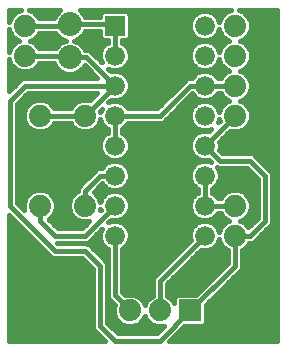
<source format=gbl>
G75*
%MOIN*%
%OFA0B0*%
%FSLAX25Y25*%
%IPPOS*%
%LPD*%
%AMOC8*
5,1,8,0,0,1.08239X$1,22.5*
%
%ADD10C,0.07400*%
%ADD11R,0.06600X0.06600*%
%ADD12C,0.06600*%
%ADD13C,0.08000*%
%ADD14R,0.07400X0.07400*%
%ADD15C,0.01600*%
D10*
X0016800Y0059060D03*
X0031800Y0059060D03*
X0031800Y0089060D03*
X0016800Y0089060D03*
X0011800Y0109060D03*
X0011800Y0119060D03*
X0081800Y0119060D03*
X0081800Y0109060D03*
X0081800Y0099060D03*
X0081800Y0089060D03*
X0081800Y0059060D03*
X0081800Y0049060D03*
X0056800Y0024119D03*
X0046800Y0024119D03*
D11*
X0041800Y0119060D03*
D12*
X0041800Y0109060D03*
X0041800Y0099060D03*
X0041800Y0089060D03*
X0041800Y0079060D03*
X0041800Y0069060D03*
X0041800Y0059060D03*
X0041800Y0049060D03*
X0071800Y0049060D03*
X0071800Y0059060D03*
X0071800Y0069060D03*
X0071800Y0079060D03*
X0071800Y0089060D03*
X0071800Y0099060D03*
X0071800Y0109060D03*
X0071800Y0119060D03*
D13*
X0026800Y0119560D03*
X0026800Y0108560D03*
D14*
X0066800Y0024119D03*
D15*
X0038606Y0013860D02*
X0006600Y0013860D01*
X0006600Y0055866D01*
X0019765Y0042700D01*
X0020441Y0042025D01*
X0021323Y0041660D01*
X0030806Y0041660D01*
X0034400Y0038066D01*
X0034400Y0018583D01*
X0034765Y0017700D01*
X0038606Y0013860D01*
X0006600Y0013860D01*
X0006600Y0055866D01*
X0019765Y0042700D01*
X0020441Y0042025D01*
X0021323Y0041660D01*
X0030806Y0041660D01*
X0034400Y0038066D01*
X0034400Y0018583D01*
X0034765Y0017700D01*
X0038606Y0013860D01*
X0038109Y0014357D02*
X0006600Y0014357D01*
X0038109Y0014357D01*
X0036510Y0015956D02*
X0006600Y0015956D01*
X0036510Y0015956D01*
X0034912Y0017554D02*
X0006600Y0017554D01*
X0034912Y0017554D01*
X0034400Y0019153D02*
X0006600Y0019153D01*
X0034400Y0019153D01*
X0034400Y0020751D02*
X0006600Y0020751D01*
X0034400Y0020751D01*
X0034400Y0022350D02*
X0006600Y0022350D01*
X0034400Y0022350D01*
X0034400Y0023948D02*
X0006600Y0023948D01*
X0034400Y0023948D01*
X0034400Y0025547D02*
X0006600Y0025547D01*
X0034400Y0025547D01*
X0034400Y0027145D02*
X0006600Y0027145D01*
X0034400Y0027145D01*
X0034400Y0028744D02*
X0006600Y0028744D01*
X0034400Y0028744D01*
X0034400Y0030342D02*
X0006600Y0030342D01*
X0034400Y0030342D01*
X0034400Y0031941D02*
X0006600Y0031941D01*
X0034400Y0031941D01*
X0034400Y0033539D02*
X0006600Y0033539D01*
X0034400Y0033539D01*
X0034400Y0035138D02*
X0006600Y0035138D01*
X0034400Y0035138D01*
X0034400Y0036736D02*
X0006600Y0036736D01*
X0034400Y0036736D01*
X0034131Y0038335D02*
X0006600Y0038335D01*
X0034131Y0038335D01*
X0032532Y0039933D02*
X0006600Y0039933D01*
X0032532Y0039933D01*
X0030934Y0041532D02*
X0006600Y0041532D01*
X0030934Y0041532D01*
X0031800Y0044060D02*
X0036800Y0039060D01*
X0036800Y0019060D01*
X0041800Y0014060D01*
X0056741Y0014060D01*
X0066800Y0024119D01*
X0066859Y0024119D01*
X0081800Y0039060D01*
X0081800Y0049060D01*
X0086800Y0049060D01*
X0091800Y0054060D01*
X0091800Y0069060D01*
X0086800Y0074060D01*
X0076800Y0074060D01*
X0071800Y0079060D01*
X0081800Y0089060D01*
X0080022Y0094060D02*
X0078798Y0093553D01*
X0077307Y0092062D01*
X0076584Y0090316D01*
X0075954Y0091836D01*
X0074576Y0093214D01*
X0072775Y0093960D01*
X0070825Y0093960D01*
X0069024Y0093214D01*
X0067646Y0091836D01*
X0066900Y0090035D01*
X0066900Y0088085D01*
X0067646Y0086284D01*
X0069024Y0084906D01*
X0070825Y0084160D01*
X0072775Y0084160D01*
X0074023Y0084677D01*
X0073150Y0083804D01*
X0072775Y0083960D01*
X0070825Y0083960D01*
X0069024Y0083214D01*
X0067646Y0081836D01*
X0066900Y0080035D01*
X0066900Y0078085D01*
X0067646Y0076284D01*
X0069024Y0074906D01*
X0070825Y0074160D01*
X0072775Y0074160D01*
X0073150Y0074316D01*
X0074023Y0073443D01*
X0072775Y0073960D01*
X0070825Y0073960D01*
X0069024Y0073214D01*
X0067646Y0071836D01*
X0066900Y0070035D01*
X0066900Y0068085D01*
X0067646Y0066284D01*
X0069024Y0064906D01*
X0069400Y0064750D01*
X0069400Y0063370D01*
X0069024Y0063214D01*
X0067646Y0061836D01*
X0066900Y0060035D01*
X0066900Y0058085D01*
X0067646Y0056284D01*
X0069024Y0054906D01*
X0070825Y0054160D01*
X0072775Y0054160D01*
X0074576Y0054906D01*
X0075954Y0056284D01*
X0076110Y0056660D01*
X0077057Y0056660D01*
X0077307Y0056058D01*
X0078798Y0054567D01*
X0080022Y0054060D01*
X0078798Y0053553D01*
X0077307Y0052062D01*
X0076584Y0050316D01*
X0075954Y0051836D01*
X0074576Y0053214D01*
X0072775Y0053960D01*
X0070825Y0053960D01*
X0069024Y0053214D01*
X0067646Y0051836D01*
X0066900Y0050035D01*
X0066900Y0048085D01*
X0067056Y0047710D01*
X0054765Y0035419D01*
X0054400Y0034537D01*
X0054400Y0028862D01*
X0053798Y0028612D01*
X0052307Y0027121D01*
X0051800Y0025898D01*
X0051293Y0027121D01*
X0049802Y0028612D01*
X0047854Y0029419D01*
X0045746Y0029419D01*
X0045144Y0029170D01*
X0044200Y0030113D01*
X0044200Y0044750D01*
X0044576Y0044906D01*
X0045954Y0046284D01*
X0046700Y0048085D01*
X0046700Y0050035D01*
X0045954Y0051836D01*
X0044576Y0053214D01*
X0042775Y0053960D01*
X0040825Y0053960D01*
X0039577Y0053443D01*
X0040450Y0054316D01*
X0040825Y0054160D01*
X0042775Y0054160D01*
X0044576Y0054906D01*
X0045954Y0056284D01*
X0046700Y0058085D01*
X0046700Y0060035D01*
X0045954Y0061836D01*
X0044576Y0063214D01*
X0042775Y0063960D01*
X0040825Y0063960D01*
X0039024Y0063214D01*
X0037646Y0061836D01*
X0037016Y0060316D01*
X0036293Y0062062D01*
X0034802Y0063553D01*
X0034721Y0063587D01*
X0037579Y0066445D01*
X0037646Y0066284D01*
X0039024Y0064906D01*
X0040825Y0064160D01*
X0042775Y0064160D01*
X0044576Y0064906D01*
X0045954Y0066284D01*
X0046700Y0068085D01*
X0046700Y0070035D01*
X0045954Y0071836D01*
X0044576Y0073214D01*
X0042775Y0073960D01*
X0040825Y0073960D01*
X0039024Y0073214D01*
X0037646Y0071836D01*
X0037490Y0071460D01*
X0036323Y0071460D01*
X0035441Y0071095D01*
X0034765Y0070419D01*
X0030441Y0066095D01*
X0029765Y0065419D01*
X0029400Y0064537D01*
X0029400Y0063803D01*
X0028798Y0063553D01*
X0027307Y0062062D01*
X0026500Y0060114D01*
X0026500Y0058006D01*
X0027307Y0056058D01*
X0028798Y0054567D01*
X0030746Y0053760D01*
X0032854Y0053760D01*
X0033284Y0053938D01*
X0030806Y0051460D01*
X0022794Y0051460D01*
X0019721Y0054533D01*
X0019802Y0054567D01*
X0021293Y0056058D01*
X0022100Y0058006D01*
X0022100Y0060114D01*
X0021293Y0062062D01*
X0019802Y0063553D01*
X0017854Y0064360D01*
X0015746Y0064360D01*
X0013798Y0063553D01*
X0012307Y0062062D01*
X0011500Y0060114D01*
X0011500Y0058006D01*
X0011678Y0057576D01*
X0009200Y0060054D01*
X0009200Y0093066D01*
X0012794Y0096660D01*
X0036006Y0096660D01*
X0033456Y0094111D01*
X0032854Y0094360D01*
X0030746Y0094360D01*
X0028798Y0093553D01*
X0027307Y0092062D01*
X0027057Y0091460D01*
X0021543Y0091460D01*
X0021293Y0092062D01*
X0019802Y0093553D01*
X0017854Y0094360D01*
X0015746Y0094360D01*
X0013798Y0093553D01*
X0012307Y0092062D01*
X0011500Y0090114D01*
X0011500Y0088006D01*
X0012307Y0086058D01*
X0013798Y0084567D01*
X0015746Y0083760D01*
X0017854Y0083760D01*
X0019802Y0084567D01*
X0021293Y0086058D01*
X0021543Y0086660D01*
X0027057Y0086660D01*
X0027307Y0086058D01*
X0028798Y0084567D01*
X0030746Y0083760D01*
X0032854Y0083760D01*
X0034802Y0084567D01*
X0036293Y0086058D01*
X0037016Y0087804D01*
X0037646Y0086284D01*
X0039024Y0084906D01*
X0039400Y0084750D01*
X0039400Y0083370D01*
X0039024Y0083214D01*
X0037646Y0081836D01*
X0036900Y0080035D01*
X0036900Y0078085D01*
X0037646Y0076284D01*
X0039024Y0074906D01*
X0040825Y0074160D01*
X0042775Y0074160D01*
X0044576Y0074906D01*
X0045954Y0076284D01*
X0046700Y0078085D01*
X0046700Y0080035D01*
X0045954Y0081836D01*
X0044576Y0083214D01*
X0044200Y0083370D01*
X0044200Y0084750D01*
X0044576Y0084906D01*
X0045954Y0086284D01*
X0046110Y0086660D01*
X0057277Y0086660D01*
X0058159Y0087025D01*
X0067579Y0096445D01*
X0067646Y0096284D01*
X0069024Y0094906D01*
X0070825Y0094160D01*
X0072775Y0094160D01*
X0074576Y0094906D01*
X0075954Y0096284D01*
X0076110Y0096660D01*
X0077057Y0096660D01*
X0077307Y0096058D01*
X0078798Y0094567D01*
X0080022Y0094060D01*
X0078798Y0093553D01*
X0077307Y0092062D01*
X0076584Y0090316D01*
X0075954Y0091836D01*
X0074576Y0093214D01*
X0072775Y0093960D01*
X0070825Y0093960D01*
X0069024Y0093214D01*
X0067646Y0091836D01*
X0066900Y0090035D01*
X0066900Y0088085D01*
X0067646Y0086284D01*
X0069024Y0084906D01*
X0070825Y0084160D01*
X0072775Y0084160D01*
X0074023Y0084677D01*
X0073150Y0083804D01*
X0072775Y0083960D01*
X0070825Y0083960D01*
X0069024Y0083214D01*
X0067646Y0081836D01*
X0066900Y0080035D01*
X0066900Y0078085D01*
X0067646Y0076284D01*
X0069024Y0074906D01*
X0070825Y0074160D01*
X0072775Y0074160D01*
X0073150Y0074316D01*
X0074023Y0073443D01*
X0072775Y0073960D01*
X0070825Y0073960D01*
X0069024Y0073214D01*
X0067646Y0071836D01*
X0066900Y0070035D01*
X0066900Y0068085D01*
X0067646Y0066284D01*
X0069024Y0064906D01*
X0069400Y0064750D01*
X0069400Y0063370D01*
X0069024Y0063214D01*
X0067646Y0061836D01*
X0066900Y0060035D01*
X0066900Y0058085D01*
X0067646Y0056284D01*
X0069024Y0054906D01*
X0070825Y0054160D01*
X0072775Y0054160D01*
X0074576Y0054906D01*
X0075954Y0056284D01*
X0076110Y0056660D01*
X0077057Y0056660D01*
X0077307Y0056058D01*
X0078798Y0054567D01*
X0080022Y0054060D01*
X0078798Y0053553D01*
X0077307Y0052062D01*
X0076584Y0050316D01*
X0075954Y0051836D01*
X0074576Y0053214D01*
X0072775Y0053960D01*
X0070825Y0053960D01*
X0069024Y0053214D01*
X0067646Y0051836D01*
X0066900Y0050035D01*
X0066900Y0048085D01*
X0067056Y0047710D01*
X0054765Y0035419D01*
X0054400Y0034537D01*
X0054400Y0028862D01*
X0053798Y0028612D01*
X0052307Y0027121D01*
X0051800Y0025898D01*
X0051293Y0027121D01*
X0049802Y0028612D01*
X0047854Y0029419D01*
X0045746Y0029419D01*
X0045144Y0029170D01*
X0044200Y0030113D01*
X0044200Y0044750D01*
X0044576Y0044906D01*
X0045954Y0046284D01*
X0046700Y0048085D01*
X0046700Y0050035D01*
X0045954Y0051836D01*
X0044576Y0053214D01*
X0042775Y0053960D01*
X0040825Y0053960D01*
X0039577Y0053443D01*
X0040450Y0054316D01*
X0040825Y0054160D01*
X0042775Y0054160D01*
X0044576Y0054906D01*
X0045954Y0056284D01*
X0046700Y0058085D01*
X0046700Y0060035D01*
X0045954Y0061836D01*
X0044576Y0063214D01*
X0042775Y0063960D01*
X0040825Y0063960D01*
X0039024Y0063214D01*
X0037646Y0061836D01*
X0037016Y0060316D01*
X0036293Y0062062D01*
X0034802Y0063553D01*
X0034721Y0063587D01*
X0037579Y0066445D01*
X0037646Y0066284D01*
X0039024Y0064906D01*
X0040825Y0064160D01*
X0042775Y0064160D01*
X0044576Y0064906D01*
X0045954Y0066284D01*
X0046700Y0068085D01*
X0046700Y0070035D01*
X0045954Y0071836D01*
X0044576Y0073214D01*
X0042775Y0073960D01*
X0040825Y0073960D01*
X0039024Y0073214D01*
X0037646Y0071836D01*
X0037490Y0071460D01*
X0036323Y0071460D01*
X0035441Y0071095D01*
X0034765Y0070419D01*
X0034765Y0070419D01*
X0030441Y0066095D01*
X0030441Y0066095D01*
X0029765Y0065419D01*
X0029400Y0064537D01*
X0029400Y0063803D01*
X0028798Y0063553D01*
X0027307Y0062062D01*
X0026500Y0060114D01*
X0026500Y0058006D01*
X0027307Y0056058D01*
X0028798Y0054567D01*
X0030746Y0053760D01*
X0032854Y0053760D01*
X0033284Y0053938D01*
X0030806Y0051460D01*
X0022794Y0051460D01*
X0019721Y0054533D01*
X0019802Y0054567D01*
X0021293Y0056058D01*
X0022100Y0058006D01*
X0022100Y0060114D01*
X0021293Y0062062D01*
X0019802Y0063553D01*
X0017854Y0064360D01*
X0015746Y0064360D01*
X0013798Y0063553D01*
X0012307Y0062062D01*
X0011500Y0060114D01*
X0011500Y0058006D01*
X0011678Y0057576D01*
X0009200Y0060054D01*
X0009200Y0093066D01*
X0012794Y0096660D01*
X0036006Y0096660D01*
X0033456Y0094111D01*
X0032854Y0094360D01*
X0030746Y0094360D01*
X0028798Y0093553D01*
X0027307Y0092062D01*
X0027057Y0091460D01*
X0021543Y0091460D01*
X0021293Y0092062D01*
X0019802Y0093553D01*
X0017854Y0094360D01*
X0015746Y0094360D01*
X0013798Y0093553D01*
X0012307Y0092062D01*
X0011500Y0090114D01*
X0011500Y0088006D01*
X0012307Y0086058D01*
X0013798Y0084567D01*
X0015746Y0083760D01*
X0017854Y0083760D01*
X0019802Y0084567D01*
X0021293Y0086058D01*
X0021543Y0086660D01*
X0027057Y0086660D01*
X0027307Y0086058D01*
X0028798Y0084567D01*
X0030746Y0083760D01*
X0032854Y0083760D01*
X0034802Y0084567D01*
X0036293Y0086058D01*
X0037016Y0087804D01*
X0037646Y0086284D01*
X0039024Y0084906D01*
X0039400Y0084750D01*
X0039400Y0083370D01*
X0039024Y0083214D01*
X0037646Y0081836D01*
X0036900Y0080035D01*
X0036900Y0078085D01*
X0037646Y0076284D01*
X0039024Y0074906D01*
X0040825Y0074160D01*
X0042775Y0074160D01*
X0044576Y0074906D01*
X0045954Y0076284D01*
X0046700Y0078085D01*
X0046700Y0080035D01*
X0045954Y0081836D01*
X0044576Y0083214D01*
X0044200Y0083370D01*
X0044200Y0084750D01*
X0044576Y0084906D01*
X0045954Y0086284D01*
X0046110Y0086660D01*
X0057277Y0086660D01*
X0058159Y0087025D01*
X0067579Y0096445D01*
X0067646Y0096284D01*
X0069024Y0094906D01*
X0070825Y0094160D01*
X0072775Y0094160D01*
X0074576Y0094906D01*
X0075954Y0096284D01*
X0076110Y0096660D01*
X0077057Y0096660D01*
X0077307Y0096058D01*
X0078798Y0094567D01*
X0080022Y0094060D01*
X0079484Y0094283D02*
X0073071Y0094283D01*
X0079484Y0094283D01*
X0077929Y0092684D02*
X0075105Y0092684D01*
X0077929Y0092684D01*
X0076902Y0091086D02*
X0076265Y0091086D01*
X0076902Y0091086D01*
X0076584Y0087804D02*
X0076183Y0086837D01*
X0076749Y0087404D01*
X0076584Y0087804D01*
X0076183Y0086837D01*
X0076749Y0087404D01*
X0076584Y0087804D01*
X0080144Y0084009D02*
X0080746Y0083760D01*
X0082854Y0083760D01*
X0084802Y0084567D01*
X0086293Y0086058D01*
X0087100Y0088006D01*
X0087100Y0090114D01*
X0086293Y0092062D01*
X0084802Y0093553D01*
X0083578Y0094060D01*
X0084802Y0094567D01*
X0086293Y0096058D01*
X0087100Y0098006D01*
X0087100Y0100114D01*
X0086293Y0102062D01*
X0084802Y0103553D01*
X0083578Y0104060D01*
X0084802Y0104567D01*
X0086293Y0106058D01*
X0087100Y0108006D01*
X0087100Y0110114D01*
X0086293Y0112062D01*
X0084802Y0113553D01*
X0083578Y0114060D01*
X0084802Y0114567D01*
X0086293Y0116058D01*
X0087100Y0118006D01*
X0087100Y0120114D01*
X0086293Y0122062D01*
X0084802Y0123553D01*
X0083191Y0124221D01*
X0095701Y0124221D01*
X0095701Y0013860D01*
X0059935Y0013860D01*
X0064894Y0018819D01*
X0071163Y0018819D01*
X0072100Y0019756D01*
X0072100Y0025966D01*
X0083159Y0037025D01*
X0083835Y0037700D01*
X0084200Y0038583D01*
X0084200Y0044317D01*
X0084802Y0044567D01*
X0086293Y0046058D01*
X0086543Y0046660D01*
X0087277Y0046660D01*
X0088159Y0047025D01*
X0093159Y0052025D01*
X0093835Y0052700D01*
X0094200Y0053583D01*
X0094200Y0069537D01*
X0093835Y0070419D01*
X0088835Y0075419D01*
X0088159Y0076095D01*
X0087277Y0076460D01*
X0077794Y0076460D01*
X0076544Y0077710D01*
X0076700Y0078085D01*
X0076700Y0080035D01*
X0076544Y0080410D01*
X0080144Y0084009D01*
X0080746Y0083760D01*
X0082854Y0083760D01*
X0084802Y0084567D01*
X0086293Y0086058D01*
X0087100Y0088006D01*
X0087100Y0090114D01*
X0086293Y0092062D01*
X0084802Y0093553D01*
X0083578Y0094060D01*
X0084802Y0094567D01*
X0086293Y0096058D01*
X0087100Y0098006D01*
X0087100Y0100114D01*
X0086293Y0102062D01*
X0084802Y0103553D01*
X0083578Y0104060D01*
X0084802Y0104567D01*
X0086293Y0106058D01*
X0087100Y0108006D01*
X0087100Y0110114D01*
X0086293Y0112062D01*
X0084802Y0113553D01*
X0083578Y0114060D01*
X0084802Y0114567D01*
X0086293Y0116058D01*
X0087100Y0118006D01*
X0087100Y0120114D01*
X0086293Y0122062D01*
X0084802Y0123553D01*
X0083191Y0124221D01*
X0095701Y0124221D01*
X0095701Y0013860D01*
X0059935Y0013860D01*
X0064894Y0018819D01*
X0071163Y0018819D01*
X0072100Y0019756D01*
X0072100Y0025966D01*
X0083159Y0037025D01*
X0083835Y0037700D01*
X0084200Y0038583D01*
X0084200Y0044317D01*
X0084802Y0044567D01*
X0086293Y0046058D01*
X0086543Y0046660D01*
X0087277Y0046660D01*
X0088159Y0047025D01*
X0093159Y0052025D01*
X0093835Y0052700D01*
X0094200Y0053583D01*
X0094200Y0069537D01*
X0093835Y0070419D01*
X0088835Y0075419D01*
X0088159Y0076095D01*
X0087277Y0076460D01*
X0077794Y0076460D01*
X0076544Y0077710D01*
X0076700Y0078085D01*
X0076700Y0080035D01*
X0076544Y0080410D01*
X0080144Y0084009D01*
X0079227Y0083093D02*
X0095701Y0083093D01*
X0079227Y0083093D01*
X0077629Y0081495D02*
X0095701Y0081495D01*
X0077629Y0081495D01*
X0076700Y0079896D02*
X0095701Y0079896D01*
X0076700Y0079896D01*
X0076700Y0078298D02*
X0095701Y0078298D01*
X0076700Y0078298D01*
X0077555Y0076699D02*
X0095701Y0076699D01*
X0077555Y0076699D01*
X0073964Y0073502D02*
X0073880Y0073502D01*
X0073964Y0073502D01*
X0075965Y0071808D02*
X0076700Y0070035D01*
X0076700Y0068085D01*
X0075954Y0066284D01*
X0074576Y0064906D01*
X0074200Y0064750D01*
X0074200Y0063370D01*
X0074576Y0063214D01*
X0075954Y0061836D01*
X0076110Y0061460D01*
X0077057Y0061460D01*
X0077307Y0062062D01*
X0078798Y0063553D01*
X0080746Y0064360D01*
X0082854Y0064360D01*
X0084802Y0063553D01*
X0086293Y0062062D01*
X0087100Y0060114D01*
X0087100Y0058006D01*
X0086293Y0056058D01*
X0084802Y0054567D01*
X0083578Y0054060D01*
X0084802Y0053553D01*
X0086293Y0052062D01*
X0086327Y0051981D01*
X0089400Y0055054D01*
X0089400Y0068066D01*
X0085806Y0071660D01*
X0076323Y0071660D01*
X0075965Y0071808D01*
X0076323Y0071660D01*
X0085806Y0071660D01*
X0089400Y0068066D01*
X0089400Y0055054D01*
X0086327Y0051981D01*
X0086293Y0052062D01*
X0084802Y0053553D01*
X0083578Y0054060D01*
X0084802Y0054567D01*
X0086293Y0056058D01*
X0087100Y0058006D01*
X0087100Y0060114D01*
X0086293Y0062062D01*
X0084802Y0063553D01*
X0082854Y0064360D01*
X0080746Y0064360D01*
X0078798Y0063553D01*
X0077307Y0062062D01*
X0077057Y0061460D01*
X0076110Y0061460D01*
X0075954Y0061836D01*
X0074576Y0063214D01*
X0074200Y0063370D01*
X0074200Y0064750D01*
X0074576Y0064906D01*
X0075954Y0066284D01*
X0076700Y0068085D01*
X0076700Y0070035D01*
X0075965Y0071808D01*
X0076588Y0070305D02*
X0087161Y0070305D01*
X0076588Y0070305D01*
X0076700Y0068707D02*
X0088759Y0068707D01*
X0076700Y0068707D01*
X0076295Y0067108D02*
X0089400Y0067108D01*
X0076295Y0067108D01*
X0075179Y0065510D02*
X0089400Y0065510D01*
X0075179Y0065510D01*
X0074200Y0063911D02*
X0079662Y0063911D01*
X0074200Y0063911D01*
X0075477Y0062313D02*
X0077557Y0062313D01*
X0075477Y0062313D01*
X0071800Y0059060D02*
X0081800Y0059060D01*
X0083938Y0063911D02*
X0089400Y0063911D01*
X0083938Y0063911D01*
X0086043Y0062313D02*
X0089400Y0062313D01*
X0086043Y0062313D01*
X0086852Y0060714D02*
X0089400Y0060714D01*
X0086852Y0060714D01*
X0087100Y0059116D02*
X0089400Y0059116D01*
X0087100Y0059116D01*
X0086898Y0057517D02*
X0089400Y0057517D01*
X0086898Y0057517D01*
X0086154Y0055919D02*
X0089400Y0055919D01*
X0086154Y0055919D01*
X0084206Y0054320D02*
X0088666Y0054320D01*
X0084206Y0054320D01*
X0085634Y0052722D02*
X0087067Y0052722D01*
X0085634Y0052722D01*
X0089060Y0047926D02*
X0095701Y0047926D01*
X0089060Y0047926D01*
X0090659Y0049525D02*
X0095701Y0049525D01*
X0090659Y0049525D01*
X0092257Y0051123D02*
X0095701Y0051123D01*
X0092257Y0051123D01*
X0093843Y0052722D02*
X0095701Y0052722D01*
X0093843Y0052722D01*
X0094200Y0054320D02*
X0095701Y0054320D01*
X0094200Y0054320D01*
X0094200Y0055919D02*
X0095701Y0055919D01*
X0094200Y0055919D01*
X0094200Y0057517D02*
X0095701Y0057517D01*
X0094200Y0057517D01*
X0094200Y0059116D02*
X0095701Y0059116D01*
X0094200Y0059116D01*
X0094200Y0060714D02*
X0095701Y0060714D01*
X0094200Y0060714D01*
X0094200Y0062313D02*
X0095701Y0062313D01*
X0094200Y0062313D01*
X0094200Y0063911D02*
X0095701Y0063911D01*
X0094200Y0063911D01*
X0094200Y0065510D02*
X0095701Y0065510D01*
X0094200Y0065510D01*
X0094200Y0067108D02*
X0095701Y0067108D01*
X0094200Y0067108D01*
X0094200Y0068707D02*
X0095701Y0068707D01*
X0094200Y0068707D01*
X0093882Y0070305D02*
X0095701Y0070305D01*
X0093882Y0070305D01*
X0092350Y0071904D02*
X0095701Y0071904D01*
X0092350Y0071904D01*
X0090752Y0073502D02*
X0095701Y0073502D01*
X0090752Y0073502D01*
X0089153Y0075101D02*
X0095701Y0075101D01*
X0089153Y0075101D01*
X0084927Y0084692D02*
X0095701Y0084692D01*
X0084927Y0084692D01*
X0086389Y0086290D02*
X0095701Y0086290D01*
X0086389Y0086290D01*
X0087052Y0087889D02*
X0095701Y0087889D01*
X0087052Y0087889D01*
X0087100Y0089487D02*
X0095701Y0089487D01*
X0087100Y0089487D01*
X0086698Y0091086D02*
X0095701Y0091086D01*
X0086698Y0091086D01*
X0085671Y0092684D02*
X0095701Y0092684D01*
X0085671Y0092684D01*
X0084116Y0094283D02*
X0095701Y0094283D01*
X0084116Y0094283D01*
X0086117Y0095881D02*
X0095701Y0095881D01*
X0086117Y0095881D01*
X0086882Y0097480D02*
X0095701Y0097480D01*
X0086882Y0097480D01*
X0087100Y0099078D02*
X0095701Y0099078D01*
X0087100Y0099078D01*
X0086867Y0100677D02*
X0095701Y0100677D01*
X0086867Y0100677D01*
X0086080Y0102275D02*
X0095701Y0102275D01*
X0086080Y0102275D01*
X0084028Y0103874D02*
X0095701Y0103874D01*
X0084028Y0103874D01*
X0085708Y0105472D02*
X0095701Y0105472D01*
X0085708Y0105472D01*
X0086713Y0107071D02*
X0095701Y0107071D01*
X0086713Y0107071D01*
X0087100Y0108669D02*
X0095701Y0108669D01*
X0087100Y0108669D01*
X0087036Y0110268D02*
X0095701Y0110268D01*
X0087036Y0110268D01*
X0086374Y0111866D02*
X0095701Y0111866D01*
X0086374Y0111866D01*
X0084890Y0113465D02*
X0095701Y0113465D01*
X0084890Y0113465D01*
X0085299Y0115063D02*
X0095701Y0115063D01*
X0085299Y0115063D01*
X0086543Y0116662D02*
X0095701Y0116662D01*
X0086543Y0116662D01*
X0087100Y0118261D02*
X0095701Y0118261D01*
X0087100Y0118261D01*
X0087100Y0119859D02*
X0095701Y0119859D01*
X0087100Y0119859D01*
X0086544Y0121458D02*
X0095701Y0121458D01*
X0086544Y0121458D01*
X0085299Y0123056D02*
X0095701Y0123056D01*
X0085299Y0123056D01*
X0080409Y0124221D02*
X0078798Y0123553D01*
X0077307Y0122062D01*
X0076584Y0120316D01*
X0075954Y0121836D01*
X0074576Y0123214D01*
X0072775Y0123960D01*
X0070825Y0123960D01*
X0069024Y0123214D01*
X0067646Y0121836D01*
X0066900Y0120035D01*
X0066900Y0118085D01*
X0067646Y0116284D01*
X0069024Y0114906D01*
X0070825Y0114160D01*
X0072775Y0114160D01*
X0074576Y0114906D01*
X0075954Y0116284D01*
X0076584Y0117804D01*
X0077307Y0116058D01*
X0078798Y0114567D01*
X0080022Y0114060D01*
X0078798Y0113553D01*
X0077307Y0112062D01*
X0076584Y0110316D01*
X0075954Y0111836D01*
X0074576Y0113214D01*
X0072775Y0113960D01*
X0070825Y0113960D01*
X0069024Y0113214D01*
X0067646Y0111836D01*
X0066900Y0110035D01*
X0066900Y0108085D01*
X0067646Y0106284D01*
X0069024Y0104906D01*
X0070825Y0104160D01*
X0072775Y0104160D01*
X0074576Y0104906D01*
X0075954Y0106284D01*
X0076584Y0107804D01*
X0077307Y0106058D01*
X0078798Y0104567D01*
X0080022Y0104060D01*
X0078798Y0103553D01*
X0077307Y0102062D01*
X0077057Y0101460D01*
X0076110Y0101460D01*
X0075954Y0101836D01*
X0074576Y0103214D01*
X0072775Y0103960D01*
X0070825Y0103960D01*
X0069024Y0103214D01*
X0067646Y0101836D01*
X0067490Y0101460D01*
X0066323Y0101460D01*
X0065441Y0101095D01*
X0064765Y0100419D01*
X0055806Y0091460D01*
X0046110Y0091460D01*
X0045954Y0091836D01*
X0044576Y0093214D01*
X0042775Y0093960D01*
X0040825Y0093960D01*
X0039577Y0093443D01*
X0040450Y0094316D01*
X0040825Y0094160D01*
X0042775Y0094160D01*
X0044576Y0094906D01*
X0045954Y0096284D01*
X0046700Y0098085D01*
X0046700Y0100035D01*
X0045954Y0101836D01*
X0044576Y0103214D01*
X0042775Y0103960D01*
X0040825Y0103960D01*
X0040450Y0103804D01*
X0039577Y0104677D01*
X0040825Y0104160D01*
X0042775Y0104160D01*
X0044576Y0104906D01*
X0045954Y0106284D01*
X0046700Y0108085D01*
X0046700Y0110035D01*
X0045954Y0111836D01*
X0044576Y0113214D01*
X0044200Y0113370D01*
X0044200Y0114160D01*
X0045763Y0114160D01*
X0046700Y0115097D01*
X0046700Y0123023D01*
X0045763Y0123960D01*
X0037837Y0123960D01*
X0036900Y0123023D01*
X0036900Y0121960D01*
X0031867Y0121960D01*
X0031547Y0122732D01*
X0030059Y0124221D01*
X0080409Y0124221D01*
X0078798Y0123553D01*
X0077307Y0122062D01*
X0076584Y0120316D01*
X0075954Y0121836D01*
X0074576Y0123214D01*
X0072775Y0123960D01*
X0070825Y0123960D01*
X0069024Y0123214D01*
X0067646Y0121836D01*
X0066900Y0120035D01*
X0066900Y0118085D01*
X0067646Y0116284D01*
X0069024Y0114906D01*
X0070825Y0114160D01*
X0072775Y0114160D01*
X0074576Y0114906D01*
X0075954Y0116284D01*
X0076584Y0117804D01*
X0077307Y0116058D01*
X0078798Y0114567D01*
X0080022Y0114060D01*
X0078798Y0113553D01*
X0077307Y0112062D01*
X0076584Y0110316D01*
X0075954Y0111836D01*
X0074576Y0113214D01*
X0072775Y0113960D01*
X0070825Y0113960D01*
X0069024Y0113214D01*
X0067646Y0111836D01*
X0066900Y0110035D01*
X0066900Y0108085D01*
X0067646Y0106284D01*
X0069024Y0104906D01*
X0070825Y0104160D01*
X0072775Y0104160D01*
X0074576Y0104906D01*
X0075954Y0106284D01*
X0076584Y0107804D01*
X0077307Y0106058D01*
X0078798Y0104567D01*
X0080022Y0104060D01*
X0078798Y0103553D01*
X0077307Y0102062D01*
X0077057Y0101460D01*
X0076110Y0101460D01*
X0075954Y0101836D01*
X0074576Y0103214D01*
X0072775Y0103960D01*
X0070825Y0103960D01*
X0069024Y0103214D01*
X0067646Y0101836D01*
X0067490Y0101460D01*
X0066323Y0101460D01*
X0065441Y0101095D01*
X0064765Y0100419D01*
X0055806Y0091460D01*
X0046110Y0091460D01*
X0045954Y0091836D01*
X0044576Y0093214D01*
X0042775Y0093960D01*
X0040825Y0093960D01*
X0039577Y0093443D01*
X0040450Y0094316D01*
X0040825Y0094160D01*
X0042775Y0094160D01*
X0044576Y0094906D01*
X0045954Y0096284D01*
X0046700Y0098085D01*
X0046700Y0100035D01*
X0045954Y0101836D01*
X0044576Y0103214D01*
X0042775Y0103960D01*
X0040825Y0103960D01*
X0040450Y0103804D01*
X0039577Y0104677D01*
X0040825Y0104160D01*
X0042775Y0104160D01*
X0044576Y0104906D01*
X0045954Y0106284D01*
X0046700Y0108085D01*
X0046700Y0110035D01*
X0045954Y0111836D01*
X0044576Y0113214D01*
X0044200Y0113370D01*
X0044200Y0114160D01*
X0045763Y0114160D01*
X0046700Y0115097D01*
X0046700Y0123023D01*
X0045763Y0123960D01*
X0037837Y0123960D01*
X0036900Y0123023D01*
X0036900Y0121960D01*
X0031867Y0121960D01*
X0031547Y0122732D01*
X0030059Y0124221D01*
X0080409Y0124221D01*
X0078301Y0123056D02*
X0074734Y0123056D01*
X0078301Y0123056D01*
X0077056Y0121458D02*
X0076111Y0121458D01*
X0077056Y0121458D01*
X0077057Y0116662D02*
X0076110Y0116662D01*
X0077057Y0116662D01*
X0078301Y0115063D02*
X0074733Y0115063D01*
X0078301Y0115063D01*
X0078710Y0113465D02*
X0073970Y0113465D01*
X0078710Y0113465D01*
X0077226Y0111866D02*
X0075923Y0111866D01*
X0077226Y0111866D01*
X0076887Y0107071D02*
X0076280Y0107071D01*
X0076887Y0107071D01*
X0077892Y0105472D02*
X0075142Y0105472D01*
X0077892Y0105472D01*
X0079572Y0103874D02*
X0072982Y0103874D01*
X0079572Y0103874D01*
X0077520Y0102275D02*
X0075514Y0102275D01*
X0077520Y0102275D01*
X0081800Y0099060D02*
X0071800Y0099060D01*
X0066800Y0099060D01*
X0056800Y0089060D01*
X0041800Y0089060D01*
X0041800Y0079060D01*
X0044770Y0075101D02*
X0068830Y0075101D01*
X0044770Y0075101D01*
X0043880Y0073502D02*
X0069720Y0073502D01*
X0043880Y0073502D01*
X0045886Y0071904D02*
X0067714Y0071904D01*
X0045886Y0071904D01*
X0046588Y0070305D02*
X0067012Y0070305D01*
X0046588Y0070305D01*
X0046700Y0068707D02*
X0066900Y0068707D01*
X0046700Y0068707D01*
X0046295Y0067108D02*
X0067305Y0067108D01*
X0046295Y0067108D01*
X0045179Y0065510D02*
X0068421Y0065510D01*
X0045179Y0065510D01*
X0042893Y0063911D02*
X0069400Y0063911D01*
X0042893Y0063911D01*
X0040707Y0063911D02*
X0035045Y0063911D01*
X0040707Y0063911D01*
X0038421Y0065510D02*
X0036644Y0065510D01*
X0038421Y0065510D01*
X0038123Y0062313D02*
X0036043Y0062313D01*
X0038123Y0062313D01*
X0037181Y0060714D02*
X0036852Y0060714D01*
X0037181Y0060714D01*
X0037016Y0057804D02*
X0036922Y0057576D01*
X0037056Y0057710D01*
X0037016Y0057804D01*
X0036922Y0057576D01*
X0037056Y0057710D01*
X0037016Y0057804D01*
X0041800Y0059060D02*
X0031800Y0049060D01*
X0021800Y0049060D01*
X0016800Y0054060D01*
X0016800Y0059060D01*
X0014662Y0063911D02*
X0009200Y0063911D01*
X0014662Y0063911D01*
X0012557Y0062313D02*
X0009200Y0062313D01*
X0012557Y0062313D01*
X0011748Y0060714D02*
X0009200Y0060714D01*
X0011748Y0060714D01*
X0011500Y0059116D02*
X0010138Y0059116D01*
X0011500Y0059116D01*
X0008146Y0054320D02*
X0006600Y0054320D01*
X0008146Y0054320D01*
X0006600Y0052722D02*
X0009744Y0052722D01*
X0006600Y0052722D01*
X0006600Y0051123D02*
X0011343Y0051123D01*
X0006600Y0051123D01*
X0006600Y0049525D02*
X0012941Y0049525D01*
X0006600Y0049525D01*
X0006600Y0047926D02*
X0014540Y0047926D01*
X0006600Y0047926D01*
X0006600Y0046327D02*
X0016138Y0046327D01*
X0006600Y0046327D01*
X0006600Y0044729D02*
X0017737Y0044729D01*
X0006600Y0044729D01*
X0006600Y0043130D02*
X0019335Y0043130D01*
X0006600Y0043130D01*
X0021800Y0044060D02*
X0006800Y0059060D01*
X0006800Y0094060D01*
X0011800Y0099060D01*
X0041800Y0099060D01*
X0031800Y0089060D01*
X0016800Y0089060D01*
X0020671Y0092684D02*
X0027929Y0092684D01*
X0020671Y0092684D01*
X0018040Y0094283D02*
X0030560Y0094283D01*
X0018040Y0094283D01*
X0015560Y0094283D02*
X0010417Y0094283D01*
X0015560Y0094283D01*
X0012929Y0092684D02*
X0009200Y0092684D01*
X0012929Y0092684D01*
X0011902Y0091086D02*
X0009200Y0091086D01*
X0011902Y0091086D01*
X0011500Y0089487D02*
X0009200Y0089487D01*
X0011500Y0089487D01*
X0011548Y0087889D02*
X0009200Y0087889D01*
X0011548Y0087889D01*
X0012211Y0086290D02*
X0009200Y0086290D01*
X0012211Y0086290D01*
X0013673Y0084692D02*
X0009200Y0084692D01*
X0013673Y0084692D01*
X0009200Y0083093D02*
X0038904Y0083093D01*
X0009200Y0083093D01*
X0009200Y0081495D02*
X0037505Y0081495D01*
X0009200Y0081495D01*
X0009200Y0079896D02*
X0036900Y0079896D01*
X0009200Y0079896D01*
X0009200Y0078298D02*
X0036900Y0078298D01*
X0009200Y0078298D01*
X0009200Y0076699D02*
X0037474Y0076699D01*
X0009200Y0076699D01*
X0009200Y0075101D02*
X0038830Y0075101D01*
X0009200Y0075101D01*
X0009200Y0073502D02*
X0039720Y0073502D01*
X0009200Y0073502D01*
X0009200Y0071904D02*
X0037714Y0071904D01*
X0009200Y0071904D01*
X0009200Y0070305D02*
X0034651Y0070305D01*
X0009200Y0070305D01*
X0009200Y0068707D02*
X0033053Y0068707D01*
X0009200Y0068707D01*
X0009200Y0067108D02*
X0031454Y0067108D01*
X0009200Y0067108D01*
X0009200Y0065510D02*
X0029856Y0065510D01*
X0009200Y0065510D01*
X0018938Y0063911D02*
X0029400Y0063911D01*
X0018938Y0063911D01*
X0021043Y0062313D02*
X0027557Y0062313D01*
X0021043Y0062313D01*
X0021852Y0060714D02*
X0026748Y0060714D01*
X0021852Y0060714D01*
X0022100Y0059116D02*
X0026500Y0059116D01*
X0022100Y0059116D01*
X0021898Y0057517D02*
X0026702Y0057517D01*
X0021898Y0057517D01*
X0021154Y0055919D02*
X0027446Y0055919D01*
X0021154Y0055919D01*
X0019934Y0054320D02*
X0029394Y0054320D01*
X0019934Y0054320D01*
X0021533Y0052722D02*
X0032067Y0052722D01*
X0021533Y0052722D01*
X0022594Y0046660D02*
X0032277Y0046660D01*
X0033159Y0047025D01*
X0037417Y0051283D01*
X0036900Y0050035D01*
X0036900Y0048085D01*
X0037646Y0046284D01*
X0039024Y0044906D01*
X0039400Y0044750D01*
X0039400Y0028642D01*
X0039765Y0027760D01*
X0041749Y0025775D01*
X0041500Y0025173D01*
X0041500Y0023065D01*
X0042307Y0021117D01*
X0043798Y0019626D01*
X0045746Y0018819D01*
X0047854Y0018819D01*
X0049802Y0019626D01*
X0051293Y0021117D01*
X0051800Y0022341D01*
X0052307Y0021117D01*
X0053798Y0019626D01*
X0055746Y0018819D01*
X0057854Y0018819D01*
X0058284Y0018997D01*
X0055747Y0016460D01*
X0042794Y0016460D01*
X0039200Y0020054D01*
X0039200Y0039537D01*
X0038835Y0040419D01*
X0038159Y0041095D01*
X0033159Y0046095D01*
X0032277Y0046460D01*
X0022794Y0046460D01*
X0022594Y0046660D01*
X0032277Y0046660D01*
X0033159Y0047025D01*
X0037417Y0051283D01*
X0036900Y0050035D01*
X0036900Y0048085D01*
X0037646Y0046284D01*
X0039024Y0044906D01*
X0039400Y0044750D01*
X0039400Y0028642D01*
X0039765Y0027760D01*
X0041749Y0025775D01*
X0041500Y0025173D01*
X0041500Y0023065D01*
X0042307Y0021117D01*
X0043798Y0019626D01*
X0045746Y0018819D01*
X0047854Y0018819D01*
X0049802Y0019626D01*
X0051293Y0021117D01*
X0051800Y0022341D01*
X0052307Y0021117D01*
X0053798Y0019626D01*
X0055746Y0018819D01*
X0057854Y0018819D01*
X0058284Y0018997D01*
X0055747Y0016460D01*
X0042794Y0016460D01*
X0039200Y0020054D01*
X0039200Y0039537D01*
X0038835Y0040419D01*
X0038159Y0041095D01*
X0033159Y0046095D01*
X0032277Y0046460D01*
X0022794Y0046460D01*
X0022594Y0046660D01*
X0021800Y0044060D02*
X0031800Y0044060D01*
X0032597Y0046327D02*
X0037628Y0046327D01*
X0032597Y0046327D01*
X0034060Y0047926D02*
X0036966Y0047926D01*
X0034060Y0047926D01*
X0035659Y0049525D02*
X0036900Y0049525D01*
X0035659Y0049525D01*
X0037257Y0051123D02*
X0037351Y0051123D01*
X0037257Y0051123D01*
X0041800Y0049060D02*
X0041800Y0029119D01*
X0046800Y0024119D01*
X0044940Y0019153D02*
X0040101Y0019153D01*
X0044940Y0019153D01*
X0042672Y0020751D02*
X0039200Y0020751D01*
X0042672Y0020751D01*
X0041796Y0022350D02*
X0039200Y0022350D01*
X0041796Y0022350D01*
X0041500Y0023948D02*
X0039200Y0023948D01*
X0041500Y0023948D01*
X0041655Y0025547D02*
X0039200Y0025547D01*
X0041655Y0025547D01*
X0040380Y0027145D02*
X0039200Y0027145D01*
X0040380Y0027145D01*
X0039400Y0028744D02*
X0039200Y0028744D01*
X0039400Y0028744D01*
X0039400Y0030342D02*
X0039200Y0030342D01*
X0039400Y0030342D01*
X0039400Y0031941D02*
X0039200Y0031941D01*
X0039400Y0031941D01*
X0039400Y0033539D02*
X0039200Y0033539D01*
X0039400Y0033539D01*
X0039400Y0035138D02*
X0039200Y0035138D01*
X0039400Y0035138D01*
X0039400Y0036736D02*
X0039200Y0036736D01*
X0039400Y0036736D01*
X0039400Y0038335D02*
X0039200Y0038335D01*
X0039400Y0038335D01*
X0039400Y0039933D02*
X0039036Y0039933D01*
X0039400Y0039933D01*
X0039400Y0041532D02*
X0037722Y0041532D01*
X0039400Y0041532D01*
X0039400Y0043130D02*
X0036124Y0043130D01*
X0039400Y0043130D01*
X0039400Y0044729D02*
X0034525Y0044729D01*
X0039400Y0044729D01*
X0044200Y0044729D02*
X0064075Y0044729D01*
X0044200Y0044729D01*
X0044200Y0043130D02*
X0062476Y0043130D01*
X0044200Y0043130D01*
X0044200Y0041532D02*
X0060878Y0041532D01*
X0044200Y0041532D01*
X0044200Y0039933D02*
X0059279Y0039933D01*
X0044200Y0039933D01*
X0044200Y0038335D02*
X0057681Y0038335D01*
X0044200Y0038335D01*
X0044200Y0036736D02*
X0056082Y0036736D01*
X0044200Y0036736D01*
X0044200Y0035138D02*
X0054649Y0035138D01*
X0044200Y0035138D01*
X0044200Y0033539D02*
X0054400Y0033539D01*
X0044200Y0033539D01*
X0044200Y0031941D02*
X0054400Y0031941D01*
X0044200Y0031941D01*
X0044200Y0030342D02*
X0054400Y0030342D01*
X0044200Y0030342D01*
X0049484Y0028744D02*
X0054116Y0028744D01*
X0049484Y0028744D01*
X0051269Y0027145D02*
X0052331Y0027145D01*
X0051269Y0027145D01*
X0050928Y0020751D02*
X0052672Y0020751D01*
X0050928Y0020751D01*
X0048660Y0019153D02*
X0054940Y0019153D01*
X0048660Y0019153D01*
X0041700Y0017554D02*
X0056841Y0017554D01*
X0041700Y0017554D01*
X0056800Y0024119D02*
X0056800Y0034060D01*
X0071800Y0049060D01*
X0075068Y0052722D02*
X0077966Y0052722D01*
X0075068Y0052722D01*
X0076249Y0051123D02*
X0076918Y0051123D01*
X0076249Y0051123D01*
X0076584Y0047804D02*
X0077307Y0046058D01*
X0078798Y0044567D01*
X0079400Y0044317D01*
X0079400Y0040054D01*
X0068765Y0029419D01*
X0062437Y0029419D01*
X0061500Y0028482D01*
X0061500Y0026622D01*
X0061293Y0027121D01*
X0059802Y0028612D01*
X0059200Y0028862D01*
X0059200Y0033066D01*
X0070450Y0044316D01*
X0070825Y0044160D01*
X0072775Y0044160D01*
X0074576Y0044906D01*
X0075954Y0046284D01*
X0076584Y0047804D01*
X0077307Y0046058D01*
X0078798Y0044567D01*
X0079400Y0044317D01*
X0079400Y0040054D01*
X0068765Y0029419D01*
X0062437Y0029419D01*
X0061500Y0028482D01*
X0061500Y0026622D01*
X0061293Y0027121D01*
X0059802Y0028612D01*
X0059200Y0028862D01*
X0059200Y0033066D01*
X0070450Y0044316D01*
X0070825Y0044160D01*
X0072775Y0044160D01*
X0074576Y0044906D01*
X0075954Y0046284D01*
X0076584Y0047804D01*
X0075972Y0046327D02*
X0077195Y0046327D01*
X0075972Y0046327D01*
X0074148Y0044729D02*
X0078636Y0044729D01*
X0074148Y0044729D01*
X0077681Y0038335D02*
X0064469Y0038335D01*
X0077681Y0038335D01*
X0079279Y0039933D02*
X0066068Y0039933D01*
X0079279Y0039933D01*
X0079400Y0041532D02*
X0067666Y0041532D01*
X0079400Y0041532D01*
X0079400Y0043130D02*
X0069265Y0043130D01*
X0079400Y0043130D01*
X0084200Y0043130D02*
X0095701Y0043130D01*
X0084200Y0043130D01*
X0084200Y0041532D02*
X0095701Y0041532D01*
X0084200Y0041532D01*
X0084200Y0039933D02*
X0095701Y0039933D01*
X0084200Y0039933D01*
X0084097Y0038335D02*
X0095701Y0038335D01*
X0084097Y0038335D01*
X0082871Y0036736D02*
X0095701Y0036736D01*
X0082871Y0036736D01*
X0081272Y0035138D02*
X0095701Y0035138D01*
X0081272Y0035138D01*
X0079674Y0033539D02*
X0095701Y0033539D01*
X0079674Y0033539D01*
X0078075Y0031941D02*
X0095701Y0031941D01*
X0078075Y0031941D01*
X0076476Y0030342D02*
X0095701Y0030342D01*
X0076476Y0030342D01*
X0074878Y0028744D02*
X0095701Y0028744D01*
X0074878Y0028744D01*
X0073279Y0027145D02*
X0095701Y0027145D01*
X0073279Y0027145D01*
X0072100Y0025547D02*
X0095701Y0025547D01*
X0072100Y0025547D01*
X0072100Y0023948D02*
X0095701Y0023948D01*
X0072100Y0023948D01*
X0072100Y0022350D02*
X0095701Y0022350D01*
X0072100Y0022350D01*
X0072100Y0020751D02*
X0095701Y0020751D01*
X0072100Y0020751D01*
X0071496Y0019153D02*
X0095701Y0019153D01*
X0071496Y0019153D01*
X0063629Y0017554D02*
X0095701Y0017554D01*
X0063629Y0017554D01*
X0062031Y0015956D02*
X0095701Y0015956D01*
X0062031Y0015956D01*
X0060432Y0014357D02*
X0095701Y0014357D01*
X0060432Y0014357D01*
X0061269Y0027145D02*
X0061500Y0027145D01*
X0061269Y0027145D01*
X0061762Y0028744D02*
X0059484Y0028744D01*
X0061762Y0028744D01*
X0059200Y0030342D02*
X0069688Y0030342D01*
X0059200Y0030342D01*
X0059200Y0031941D02*
X0071287Y0031941D01*
X0059200Y0031941D01*
X0059674Y0033539D02*
X0072885Y0033539D01*
X0059674Y0033539D01*
X0061272Y0035138D02*
X0074484Y0035138D01*
X0061272Y0035138D01*
X0062871Y0036736D02*
X0076082Y0036736D01*
X0062871Y0036736D01*
X0065673Y0046327D02*
X0045972Y0046327D01*
X0065673Y0046327D01*
X0066966Y0047926D02*
X0046634Y0047926D01*
X0066966Y0047926D01*
X0066900Y0049525D02*
X0046700Y0049525D01*
X0066900Y0049525D01*
X0067351Y0051123D02*
X0046249Y0051123D01*
X0067351Y0051123D01*
X0068532Y0052722D02*
X0045068Y0052722D01*
X0068532Y0052722D01*
X0070439Y0054320D02*
X0043161Y0054320D01*
X0070439Y0054320D01*
X0068012Y0055919D02*
X0045588Y0055919D01*
X0068012Y0055919D01*
X0067135Y0057517D02*
X0046465Y0057517D01*
X0067135Y0057517D01*
X0066900Y0059116D02*
X0046700Y0059116D01*
X0066900Y0059116D01*
X0067181Y0060714D02*
X0046419Y0060714D01*
X0067181Y0060714D01*
X0068123Y0062313D02*
X0045477Y0062313D01*
X0068123Y0062313D01*
X0071800Y0059060D02*
X0071800Y0069060D01*
X0067474Y0076699D02*
X0046126Y0076699D01*
X0067474Y0076699D01*
X0066900Y0078298D02*
X0046700Y0078298D01*
X0066900Y0078298D01*
X0066900Y0079896D02*
X0046700Y0079896D01*
X0066900Y0079896D01*
X0067505Y0081495D02*
X0046095Y0081495D01*
X0067505Y0081495D01*
X0068904Y0083093D02*
X0044696Y0083093D01*
X0068904Y0083093D01*
X0069541Y0084692D02*
X0044200Y0084692D01*
X0069541Y0084692D01*
X0067644Y0086290D02*
X0045956Y0086290D01*
X0067644Y0086290D01*
X0066981Y0087889D02*
X0059023Y0087889D01*
X0066981Y0087889D01*
X0066900Y0089487D02*
X0060621Y0089487D01*
X0066900Y0089487D01*
X0067335Y0091086D02*
X0062220Y0091086D01*
X0067335Y0091086D01*
X0068495Y0092684D02*
X0063818Y0092684D01*
X0068495Y0092684D01*
X0070529Y0094283D02*
X0065417Y0094283D01*
X0070529Y0094283D01*
X0068049Y0095881D02*
X0067015Y0095881D01*
X0068049Y0095881D01*
X0065023Y0100677D02*
X0046434Y0100677D01*
X0065023Y0100677D01*
X0063424Y0099078D02*
X0046700Y0099078D01*
X0063424Y0099078D01*
X0061826Y0097480D02*
X0046449Y0097480D01*
X0061826Y0097480D01*
X0060227Y0095881D02*
X0045551Y0095881D01*
X0060227Y0095881D01*
X0058629Y0094283D02*
X0043071Y0094283D01*
X0058629Y0094283D01*
X0057030Y0092684D02*
X0045105Y0092684D01*
X0057030Y0092684D01*
X0068086Y0102275D02*
X0045514Y0102275D01*
X0068086Y0102275D01*
X0070618Y0103874D02*
X0042982Y0103874D01*
X0070618Y0103874D01*
X0068458Y0105472D02*
X0045142Y0105472D01*
X0068458Y0105472D01*
X0067320Y0107071D02*
X0046280Y0107071D01*
X0067320Y0107071D01*
X0066900Y0108669D02*
X0046700Y0108669D01*
X0066900Y0108669D01*
X0066997Y0110268D02*
X0046603Y0110268D01*
X0066997Y0110268D01*
X0067677Y0111866D02*
X0045923Y0111866D01*
X0067677Y0111866D01*
X0069630Y0113465D02*
X0044200Y0113465D01*
X0069630Y0113465D01*
X0068867Y0115063D02*
X0046666Y0115063D01*
X0068867Y0115063D01*
X0067490Y0116662D02*
X0046700Y0116662D01*
X0067490Y0116662D01*
X0066900Y0118261D02*
X0046700Y0118261D01*
X0066900Y0118261D01*
X0066900Y0119859D02*
X0046700Y0119859D01*
X0066900Y0119859D01*
X0067489Y0121458D02*
X0046700Y0121458D01*
X0067489Y0121458D01*
X0068866Y0123056D02*
X0046667Y0123056D01*
X0068866Y0123056D01*
X0075551Y0095881D02*
X0077483Y0095881D01*
X0075551Y0095881D01*
X0075588Y0055919D02*
X0077446Y0055919D01*
X0075588Y0055919D01*
X0073161Y0054320D02*
X0079394Y0054320D01*
X0073161Y0054320D01*
X0084964Y0044729D02*
X0095701Y0044729D01*
X0084964Y0044729D01*
X0086405Y0046327D02*
X0095701Y0046327D01*
X0086405Y0046327D01*
X0041800Y0069060D02*
X0036800Y0069060D01*
X0031800Y0064060D01*
X0031800Y0059060D01*
X0030441Y0066095D02*
X0030441Y0066095D01*
X0034765Y0070419D02*
X0034765Y0070419D01*
X0034927Y0084692D02*
X0039400Y0084692D01*
X0034927Y0084692D01*
X0036389Y0086290D02*
X0037644Y0086290D01*
X0036389Y0086290D01*
X0037016Y0090316D02*
X0037417Y0091283D01*
X0036851Y0090716D01*
X0037016Y0090316D01*
X0037417Y0091283D01*
X0036851Y0090716D01*
X0037016Y0090316D01*
X0037220Y0091086D02*
X0037335Y0091086D01*
X0037220Y0091086D01*
X0040417Y0094283D02*
X0040529Y0094283D01*
X0040417Y0094283D01*
X0041800Y0099060D02*
X0032300Y0108560D01*
X0026800Y0108560D01*
X0026300Y0109060D01*
X0011800Y0109060D01*
X0008710Y0113465D02*
X0006600Y0113465D01*
X0008710Y0113465D01*
X0008798Y0113553D02*
X0007307Y0112062D01*
X0006600Y0110356D01*
X0006600Y0117764D01*
X0007307Y0116058D01*
X0008798Y0114567D01*
X0010022Y0114060D01*
X0008798Y0113553D01*
X0007307Y0112062D01*
X0006600Y0110356D01*
X0006600Y0117764D01*
X0007307Y0116058D01*
X0008798Y0114567D01*
X0010022Y0114060D01*
X0008798Y0113553D01*
X0008301Y0115063D02*
X0006600Y0115063D01*
X0008301Y0115063D01*
X0007057Y0116662D02*
X0006600Y0116662D01*
X0007057Y0116662D01*
X0006600Y0120356D02*
X0006600Y0124221D01*
X0010409Y0124221D01*
X0008798Y0123553D01*
X0007307Y0122062D01*
X0006600Y0120356D01*
X0006600Y0124221D01*
X0010409Y0124221D01*
X0008798Y0123553D01*
X0007307Y0122062D01*
X0006600Y0120356D01*
X0006600Y0121458D02*
X0007056Y0121458D01*
X0006600Y0121458D01*
X0006600Y0123056D02*
X0008301Y0123056D01*
X0006600Y0123056D01*
X0011800Y0119060D02*
X0026300Y0119060D01*
X0026800Y0119560D01*
X0041300Y0119560D01*
X0041800Y0119060D01*
X0041800Y0109060D01*
X0039400Y0113370D02*
X0039024Y0113214D01*
X0037646Y0111836D01*
X0036900Y0110035D01*
X0036900Y0108085D01*
X0037417Y0106837D01*
X0033659Y0110595D01*
X0032777Y0110960D01*
X0031867Y0110960D01*
X0031547Y0111732D01*
X0029972Y0113307D01*
X0028155Y0114060D01*
X0029972Y0114813D01*
X0031547Y0116388D01*
X0031867Y0117160D01*
X0036900Y0117160D01*
X0036900Y0115097D01*
X0037837Y0114160D01*
X0039400Y0114160D01*
X0039400Y0113370D01*
X0039024Y0113214D01*
X0037646Y0111836D01*
X0036900Y0110035D01*
X0036900Y0108085D01*
X0037417Y0106837D01*
X0033659Y0110595D01*
X0032777Y0110960D01*
X0031867Y0110960D01*
X0031547Y0111732D01*
X0029972Y0113307D01*
X0028155Y0114060D01*
X0029972Y0114813D01*
X0031547Y0116388D01*
X0031867Y0117160D01*
X0036900Y0117160D01*
X0036900Y0115097D01*
X0037837Y0114160D01*
X0039400Y0114160D01*
X0039400Y0113370D01*
X0039400Y0113465D02*
X0029592Y0113465D01*
X0039400Y0113465D01*
X0037677Y0111866D02*
X0031413Y0111866D01*
X0037677Y0111866D01*
X0036997Y0110268D02*
X0033986Y0110268D01*
X0036997Y0110268D01*
X0036900Y0108669D02*
X0035585Y0108669D01*
X0036900Y0108669D01*
X0037183Y0107071D02*
X0037320Y0107071D01*
X0037183Y0107071D01*
X0040380Y0103874D02*
X0040618Y0103874D01*
X0040380Y0103874D01*
X0036006Y0101460D02*
X0011323Y0101460D01*
X0010441Y0101095D01*
X0006600Y0097254D01*
X0006600Y0107764D01*
X0007307Y0106058D01*
X0008798Y0104567D01*
X0010746Y0103760D01*
X0012854Y0103760D01*
X0014802Y0104567D01*
X0016293Y0106058D01*
X0016543Y0106660D01*
X0021526Y0106660D01*
X0022053Y0105388D01*
X0023628Y0103813D01*
X0025686Y0102960D01*
X0027914Y0102960D01*
X0029972Y0103813D01*
X0031547Y0105388D01*
X0031703Y0105763D01*
X0036006Y0101460D01*
X0011323Y0101460D01*
X0010441Y0101095D01*
X0006600Y0097254D01*
X0006600Y0107764D01*
X0007307Y0106058D01*
X0008798Y0104567D01*
X0010746Y0103760D01*
X0012854Y0103760D01*
X0014802Y0104567D01*
X0016293Y0106058D01*
X0016543Y0106660D01*
X0021526Y0106660D01*
X0022053Y0105388D01*
X0023628Y0103813D01*
X0025686Y0102960D01*
X0027914Y0102960D01*
X0029972Y0103813D01*
X0031547Y0105388D01*
X0031703Y0105763D01*
X0036006Y0101460D01*
X0035190Y0102275D02*
X0006600Y0102275D01*
X0035190Y0102275D01*
X0033592Y0103874D02*
X0030034Y0103874D01*
X0033592Y0103874D01*
X0031993Y0105472D02*
X0031582Y0105472D01*
X0031993Y0105472D01*
X0025445Y0114060D02*
X0023628Y0113307D01*
X0022053Y0111732D01*
X0021940Y0111460D01*
X0016543Y0111460D01*
X0016293Y0112062D01*
X0014802Y0113553D01*
X0013578Y0114060D01*
X0014802Y0114567D01*
X0016293Y0116058D01*
X0016543Y0116660D01*
X0021940Y0116660D01*
X0022053Y0116388D01*
X0023628Y0114813D01*
X0025445Y0114060D01*
X0023628Y0113307D01*
X0022053Y0111732D01*
X0021940Y0111460D01*
X0016543Y0111460D01*
X0016293Y0112062D01*
X0014802Y0113553D01*
X0013578Y0114060D01*
X0014802Y0114567D01*
X0016293Y0116058D01*
X0016543Y0116660D01*
X0021940Y0116660D01*
X0022053Y0116388D01*
X0023628Y0114813D01*
X0025445Y0114060D01*
X0024008Y0113465D02*
X0014890Y0113465D01*
X0024008Y0113465D01*
X0023377Y0115063D02*
X0015299Y0115063D01*
X0023377Y0115063D01*
X0022187Y0111866D02*
X0016374Y0111866D01*
X0022187Y0111866D01*
X0022018Y0105472D02*
X0015708Y0105472D01*
X0022018Y0105472D01*
X0023566Y0103874D02*
X0013129Y0103874D01*
X0023566Y0103874D01*
X0030223Y0115063D02*
X0036934Y0115063D01*
X0030223Y0115063D01*
X0031661Y0116662D02*
X0036900Y0116662D01*
X0031661Y0116662D01*
X0031224Y0123056D02*
X0036933Y0123056D01*
X0031224Y0123056D01*
X0023541Y0124221D02*
X0022053Y0122732D01*
X0021526Y0121460D01*
X0016543Y0121460D01*
X0016293Y0122062D01*
X0014802Y0123553D01*
X0013191Y0124221D01*
X0023541Y0124221D01*
X0022053Y0122732D01*
X0021526Y0121460D01*
X0016543Y0121460D01*
X0016293Y0122062D01*
X0014802Y0123553D01*
X0013191Y0124221D01*
X0023541Y0124221D01*
X0022376Y0123056D02*
X0015299Y0123056D01*
X0022376Y0123056D01*
X0010471Y0103874D02*
X0006600Y0103874D01*
X0010471Y0103874D01*
X0010023Y0100677D02*
X0006600Y0100677D01*
X0010023Y0100677D01*
X0008424Y0099078D02*
X0006600Y0099078D01*
X0008424Y0099078D01*
X0006826Y0097480D02*
X0006600Y0097480D01*
X0006826Y0097480D01*
X0012015Y0095881D02*
X0035227Y0095881D01*
X0012015Y0095881D01*
X0007892Y0105472D02*
X0006600Y0105472D01*
X0007892Y0105472D01*
X0006887Y0107071D02*
X0006600Y0107071D01*
X0006887Y0107071D01*
X0006600Y0111866D02*
X0007226Y0111866D01*
X0006600Y0111866D01*
X0021389Y0086290D02*
X0027211Y0086290D01*
X0021389Y0086290D01*
X0019927Y0084692D02*
X0028673Y0084692D01*
X0019927Y0084692D01*
X0033040Y0094283D02*
X0033629Y0094283D01*
X0033040Y0094283D01*
M02*

</source>
